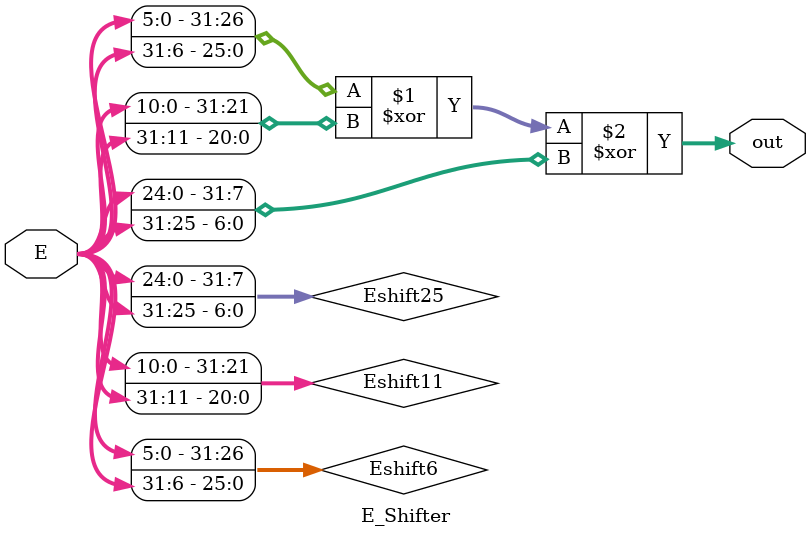
<source format=sv>
`timescale 1ns / 1ps
module E_Shifter #(parameter BIT_W = 32)
(
	input logic[BIT_W - 1:0] E,
	output logic[BIT_W -1:0] out
);

logic [BIT_W - 1:0] Eshift6;
logic [BIT_W - 1:0] Eshift11;
logic [BIT_W - 1:0] Eshift25;

assign Eshift6 = {E[5:0], E[BIT_W-1:6]};
assign Eshift11 = {E[10:0], E[BIT_W-1:11]};
assign Eshift25 = {E[24:0], E[BIT_W-1:25]};

assign out = Eshift6 ^ Eshift11 ^ Eshift25;

endmodule

</source>
